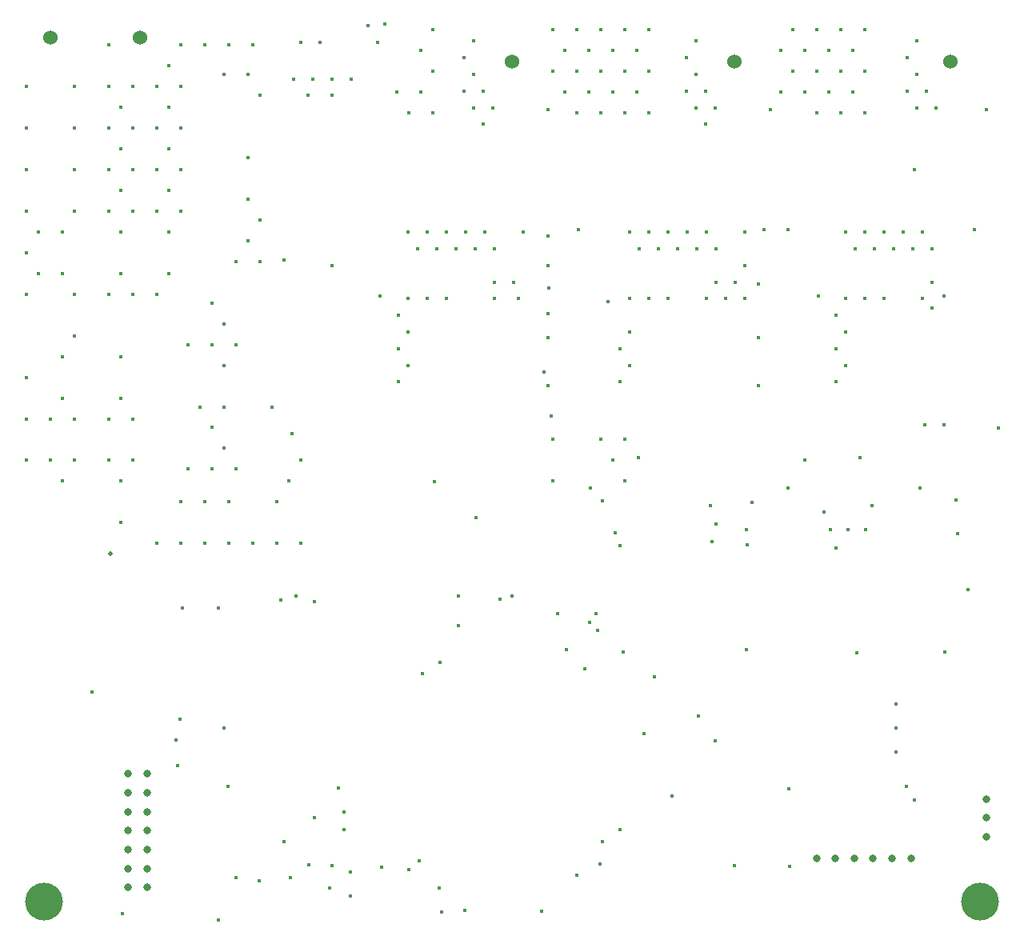
<source format=gbr>
G04 PROTEUS GERBER X2 FILE*
%TF.GenerationSoftware,Labcenter,Proteus,8.7-SP3-Build25561*%
%TF.CreationDate,2021-06-13T19:25:45+00:00*%
%TF.FileFunction,Plated,1,4,PTH*%
%TF.FilePolarity,Positive*%
%TF.Part,Single*%
%TF.SameCoordinates,{9c7b3d0d-a21c-4509-bc3d-39c11cb24c33}*%
%FSLAX45Y45*%
%MOMM*%
G01*
%TA.AperFunction,MechanicalDrill*%
%ADD182C,0.381000*%
%TA.AperFunction,ViaDrill*%
%ADD183C,0.381000*%
%ADD181C,0.508000*%
%TA.AperFunction,OtherDrill,Unknown*%
%ADD184C,4.000000*%
%TA.AperFunction,ComponentDrill*%
%ADD185C,1.524000*%
%TA.AperFunction,ComponentDrill*%
%ADD186C,0.812800*%
%TD.AperFunction*%
D182*
X+3225800Y+1174750D03*
X+3479800Y+1174750D03*
X+5257800Y+1174750D03*
X+5511800Y+1174750D03*
X+5765800Y+1174750D03*
X+7543800Y+1174750D03*
X+7797800Y+1174750D03*
X+8051800Y+1174750D03*
X+3098800Y+1394720D03*
X+3352800Y+1394720D03*
X+4876800Y+1394720D03*
X+5130800Y+1394720D03*
X+5384800Y+1394720D03*
X+5638800Y+1394720D03*
X+7162800Y+1394720D03*
X+7416800Y+1394720D03*
X+7670800Y+1394720D03*
X+7924800Y+1394720D03*
X+3479800Y+1614690D03*
X+4749800Y+1614690D03*
X+5003800Y+1614690D03*
X+5257800Y+1614690D03*
X+5511800Y+1614690D03*
X+5765800Y+1614690D03*
X+7289800Y+1614690D03*
X+7543800Y+1614690D03*
X+7797800Y+1614690D03*
X+8051800Y+1614690D03*
X+3352800Y+1834660D03*
X+4876800Y+1834660D03*
X+5130800Y+1834660D03*
X+5384800Y+1834660D03*
X+5638800Y+1834660D03*
X+7162800Y+1834660D03*
X+7416800Y+1834660D03*
X+7670800Y+1834660D03*
X+7924800Y+1834660D03*
X+3479800Y+2054630D03*
X+4749800Y+2054630D03*
X+5003800Y+2054630D03*
X+5257800Y+2054630D03*
X+5511800Y+2054630D03*
X+5765800Y+2054630D03*
X+7289800Y+2054630D03*
X+7543800Y+2054630D03*
X+7797800Y+2054630D03*
X+8051800Y+2054630D03*
D183*
X+5461000Y-1673630D03*
X+5562600Y-1497654D03*
X+5461000Y-1321678D03*
X+5562600Y-1145702D03*
X+5562600Y-793750D03*
X+5765800Y-793750D03*
X+5969000Y-793750D03*
X+6375400Y-793750D03*
X+6578600Y-793750D03*
X+6781800Y-793750D03*
X+6477000Y-617774D03*
X+6680200Y-617774D03*
X+6781800Y-441798D03*
X+5664200Y-265822D03*
X+5867400Y-265822D03*
X+6070600Y-265822D03*
X+6273800Y-265822D03*
X+6477000Y-265822D03*
X+5562600Y-89846D03*
X+5765800Y-89846D03*
X+5969000Y-89846D03*
X+6172200Y-89846D03*
X+6375400Y-89846D03*
X+6781800Y-89846D03*
X+7747000Y-1673630D03*
X+7848600Y-1497654D03*
X+7747000Y-1321678D03*
X+7848600Y-1145702D03*
X+7747000Y-969726D03*
X+7848600Y-793750D03*
X+8051800Y-793750D03*
X+8255000Y-793750D03*
X+8661400Y-793750D03*
X+8763000Y-617774D03*
X+7950200Y-265822D03*
X+8153400Y-265822D03*
X+8356600Y-265822D03*
X+8559800Y-265822D03*
X+8763000Y-265822D03*
X+7848600Y-89846D03*
X+8051800Y-89846D03*
X+8255000Y-89846D03*
X+8458200Y-89846D03*
X+8661400Y-89846D03*
X+3213100Y-1497654D03*
X+3111500Y-1321678D03*
X+3213100Y-1145702D03*
X+3111500Y-969726D03*
X+3213100Y-793750D03*
X+3416300Y-793750D03*
X+3619500Y-793750D03*
X+4127500Y-617774D03*
X+4330700Y-617774D03*
X+3314700Y-265822D03*
X+3517900Y-265822D03*
X+3721100Y-265822D03*
X+3924300Y-265822D03*
X+4127500Y-265822D03*
X+3213100Y-89846D03*
X+3416300Y-89846D03*
X+3619500Y-89846D03*
X+3822700Y-89846D03*
X+4025900Y-89846D03*
X+4432300Y-89846D03*
X+4013200Y+1052310D03*
X+3911600Y+1228286D03*
X+4114800Y+1228286D03*
X+3810000Y+1404262D03*
X+4013200Y+1404262D03*
X+3911600Y+1580238D03*
X+3810000Y+1756214D03*
X+3911600Y+1932190D03*
X+8597900Y+1228286D03*
X+8801100Y+1228286D03*
X+8496300Y+1404262D03*
X+8699500Y+1404262D03*
X+8597900Y+1580238D03*
X+8496300Y+1756214D03*
X+8597900Y+1932190D03*
X+6363969Y+1052310D03*
X+6262369Y+1228286D03*
X+6465569Y+1228286D03*
X+6160769Y+1404262D03*
X+6363969Y+1404262D03*
X+6262369Y+1580238D03*
X+6160769Y+1756214D03*
X+6262369Y+1932190D03*
X+8686800Y-2130796D03*
X+8890000Y-2130796D03*
X+2082800Y+1916652D03*
X+2286000Y+1916652D03*
X+2895600Y+1916652D03*
X+2794000Y+2092628D03*
X+2006600Y+1525797D03*
X+2209800Y+1525797D03*
X+2413000Y+1525797D03*
X+2616200Y+1525797D03*
X+3492500Y-2730500D03*
X+4699000Y-1714500D03*
X+4729970Y-2032000D03*
X+2921000Y-762000D03*
X+4699000Y-444500D03*
X+5016500Y-63500D03*
X+8572500Y+571500D03*
X+8763000Y-889000D03*
X+8001000Y-2476500D03*
X+8636000Y-2794000D03*
X+9017000Y-2921000D03*
X+9461500Y-2159000D03*
X+8128000Y-2984500D03*
X+6921500Y-1206500D03*
X+7239000Y-63500D03*
X+5651500Y-2476500D03*
X+6921500Y-1714500D03*
X+6921500Y-635000D03*
X+8890000Y-762000D03*
X+6413500Y-2984500D03*
X+5269832Y-2934010D03*
X+5143500Y-2794000D03*
X+4699000Y-952500D03*
X+7620000Y-3048000D03*
X+7239000Y-2794000D03*
X+6852642Y-2947088D03*
X+5405123Y-3273402D03*
X+9035789Y-3275673D03*
X+9334500Y+1206500D03*
X+8056544Y-3238229D03*
X+9207500Y-63500D03*
X+6794500Y-3238500D03*
X+6985000Y-63500D03*
X+7747000Y-3429000D03*
X+6428649Y-3363510D03*
X+9144000Y-3873500D03*
X+5462196Y-3402691D03*
X+6804544Y-3400300D03*
X+7874000Y-3238500D03*
X+7048500Y+1206500D03*
X+7683500Y-3238500D03*
X+4699000Y+1206500D03*
X+6477000Y-3175000D03*
D182*
X+4749800Y-2724715D03*
X+5511800Y-2724715D03*
X+5384800Y-2504745D03*
X+7416800Y-2504745D03*
X+4749800Y-2284775D03*
X+5257800Y-2284775D03*
X+5511800Y-2284775D03*
X+2971800Y+2114625D03*
X+3111500Y-1673630D03*
X+4127500Y-793750D03*
X+4381500Y-793750D03*
D183*
X+7556500Y-762000D03*
X+5334000Y-825500D03*
X+2413000Y-444500D03*
X+1905000Y-381000D03*
D182*
X+5003800Y+1174750D03*
D183*
X+4699000Y-127000D03*
X+4889500Y-4508500D03*
X+5715000Y-5397500D03*
X+5250653Y-6773442D03*
X+3369407Y-4759836D03*
X+2476500Y-5969000D03*
X+5201336Y-4122418D03*
X+5137322Y-4216749D03*
X+5223704Y-4304672D03*
X+3543214Y-7032789D03*
X+2939996Y-6806802D03*
X+798339Y-5243339D03*
X+6794500Y-4508500D03*
X+5090277Y-4706542D03*
X-127000Y-4953000D03*
X+825500Y-4064000D03*
X+1206500Y-4064000D03*
D181*
X+63500Y-3492500D03*
D183*
X+190500Y-7302500D03*
X+1206500Y-7366000D03*
X+4190486Y-3977762D03*
X+4318000Y-3937000D03*
X+3746500Y-3937000D03*
X+3746500Y-4254500D03*
X+4797500Y-4128388D03*
X+3937000Y-3111500D03*
X+4699000Y-1206500D03*
X+4703525Y-680491D03*
X+3330252Y-6746398D03*
X+2540000Y-6223000D03*
X+7256104Y-6804454D03*
X+6667500Y-6794500D03*
X+6466771Y-5469186D03*
X+6286500Y-5207000D03*
X+6012307Y-6058609D03*
X+8382000Y-5080000D03*
X+8382000Y-5334000D03*
X+8382000Y-5588000D03*
X+8893984Y-4535770D03*
X+8493457Y-5954134D03*
X+8572500Y-6096000D03*
X+1270000Y-5334000D03*
X+762000Y-5461000D03*
X+777745Y-5731541D03*
X+2476596Y-5969000D03*
X+2540000Y-6413500D03*
X+1905000Y-6540500D03*
X+2162800Y-6787849D03*
X+1968500Y-6921500D03*
X+2413000Y-6794500D03*
X+2603500Y-6858000D03*
X+2382291Y-7028649D03*
X+2603500Y-7112000D03*
X+1638554Y-6958147D03*
X+1397000Y-6921500D03*
X+5270500Y-6540500D03*
X+5461000Y-6413500D03*
X+5000592Y-6897140D03*
X+4631295Y-7275534D03*
X+3570663Y-7287838D03*
X+3812572Y-7269848D03*
X+1308146Y-5957820D03*
X+5826579Y-4795895D03*
X+7969250Y-4540250D03*
X+1870921Y-3983646D03*
X+2222500Y-4000500D03*
X+2222500Y-6286500D03*
X+1985701Y-2218041D03*
X+2032000Y-3937000D03*
X+4651441Y-1565288D03*
X+5488720Y-4530670D03*
X+3226757Y-6836751D03*
X+7244914Y-5984685D03*
X+3551706Y-4639794D03*
D182*
X+558800Y-3384625D03*
X+812800Y-3384625D03*
X+1066800Y-3384625D03*
X+1320800Y-3384625D03*
X+1574800Y-3384625D03*
X+1828800Y-3384625D03*
X+2082800Y-3384625D03*
X+177800Y-3164655D03*
X+812800Y-2944685D03*
X+1066800Y-2944685D03*
X+1320800Y-2944685D03*
X+1828800Y-2944685D03*
X+177800Y-2724715D03*
X+1955800Y-2724715D03*
X+50800Y-2504745D03*
X+304800Y-2504745D03*
X+2082800Y-2504745D03*
X+50800Y-2064805D03*
X+304800Y-2064805D03*
X+177800Y-1844835D03*
X+177800Y-1404895D03*
X+50800Y-744985D03*
X+304800Y-744985D03*
X+558800Y-744985D03*
X+177800Y-525015D03*
X+685800Y-525015D03*
X+177800Y-85075D03*
X+685800Y-85075D03*
X+50800Y+134895D03*
X+304800Y+134895D03*
X+558800Y+134895D03*
X+812800Y+134895D03*
X+177800Y+354865D03*
X+685800Y+354865D03*
X+50800Y+574835D03*
X+304800Y+574835D03*
X+558800Y+574835D03*
X+812800Y+574835D03*
X+177800Y+794805D03*
X+685800Y+794805D03*
X+50800Y+1014775D03*
X+304800Y+1014775D03*
X+558800Y+1014775D03*
X+812800Y+1014775D03*
X+177800Y+1234745D03*
X+685800Y+1234745D03*
X+50800Y+1454715D03*
X+304800Y+1454715D03*
X+558800Y+1454715D03*
X+812800Y+1454715D03*
X+685800Y+1674685D03*
X+50800Y+1894655D03*
X+812800Y+1894655D03*
X+1066800Y+1894655D03*
X+1320800Y+1894655D03*
X+1574800Y+1894655D03*
X+889000Y-2597715D03*
X+1143000Y-2597715D03*
X+1397000Y-2597715D03*
X+1270000Y-2377745D03*
X+1143000Y-2157775D03*
X+1016000Y-1937805D03*
X+1270000Y-1937805D03*
X+1778000Y-1937805D03*
X+1270000Y-1497865D03*
X+889000Y-1277895D03*
X+1143000Y-1277895D03*
X+1397000Y-1277895D03*
X+1270000Y-1057925D03*
X+1143000Y-837955D03*
X+1397000Y-398015D03*
X+1651000Y-398015D03*
X+1524000Y-178045D03*
X+1651000Y+41925D03*
X+1524000Y+261895D03*
X+1524000Y+701835D03*
X+1651000Y+1361745D03*
X+2159000Y+1361745D03*
X+2413000Y+1361745D03*
X+1270000Y+1581715D03*
X+1524000Y+1581715D03*
X-444500Y-2724715D03*
X-825500Y-2504745D03*
X-571500Y-2504745D03*
X-317500Y-2504745D03*
X-825500Y-2064805D03*
X-571500Y-2064805D03*
X-317500Y-2064805D03*
X-444500Y-1844835D03*
X-825500Y-1624865D03*
X-444500Y-1404895D03*
X-317500Y-1184925D03*
X-825500Y-744985D03*
X-317500Y-744985D03*
X-698500Y-525015D03*
X-444500Y-525015D03*
X-825500Y-305045D03*
X-698500Y-85075D03*
X-444500Y-85075D03*
X-825500Y+134895D03*
X-317500Y+134895D03*
X-825500Y+574835D03*
X-317500Y+574835D03*
X-825500Y+1014775D03*
X-317500Y+1014775D03*
X-825500Y+1454715D03*
X-317500Y+1454715D03*
D184*
X-635000Y-7175500D03*
X+9271000Y-7175500D03*
D185*
X+4318000Y+1714500D03*
X+6667500Y+1714500D03*
X+8953500Y+1714500D03*
X+381000Y+1968500D03*
X-571500Y+1968500D03*
D186*
X+454000Y-7023000D03*
X+254000Y-7023000D03*
X+454000Y-6823000D03*
X+254000Y-6823000D03*
X+454000Y-6623000D03*
X+254000Y-6623000D03*
X+454000Y-6423000D03*
X+254000Y-6423000D03*
X+454000Y-6223000D03*
X+254000Y-6223000D03*
X+454000Y-6023000D03*
X+254000Y-6023000D03*
X+454000Y-5823000D03*
X+254000Y-5823000D03*
X+9334500Y-6486500D03*
X+9334500Y-6286500D03*
X+9334500Y-6086500D03*
X+7537500Y-6713500D03*
X+7737500Y-6713500D03*
X+7937500Y-6713500D03*
X+8137500Y-6713500D03*
X+8337500Y-6713500D03*
X+8537500Y-6713500D03*
M02*

</source>
